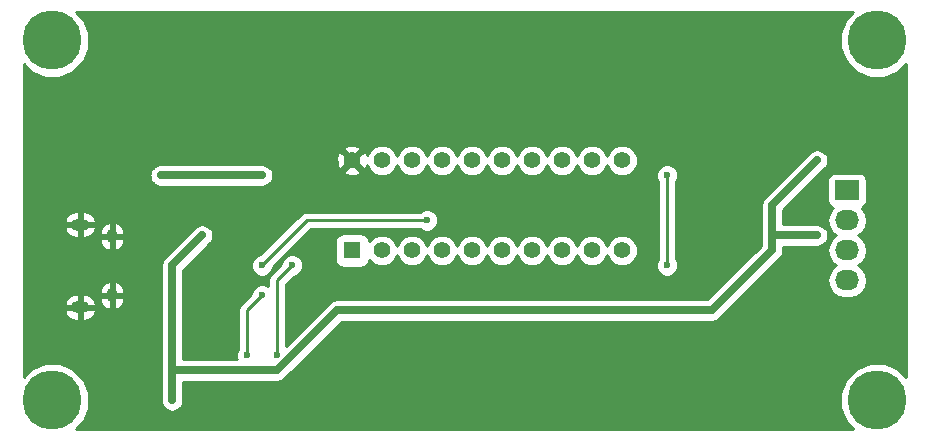
<source format=gbr>
G04 #@! TF.FileFunction,Copper,L2,Bot,Signal*
%FSLAX46Y46*%
G04 Gerber Fmt 4.6, Leading zero omitted, Abs format (unit mm)*
G04 Created by KiCad (PCBNEW (2015-07-31 BZR 6030)-product) date Mon Aug 24 18:24:23 2015*
%MOMM*%
G01*
G04 APERTURE LIST*
%ADD10C,0.100000*%
%ADD11C,5.000000*%
%ADD12O,0.950000X1.250000*%
%ADD13O,1.550000X1.000000*%
%ADD14R,2.032000X1.727200*%
%ADD15O,2.032000X1.727200*%
%ADD16R,1.397000X1.397000*%
%ADD17C,1.397000*%
%ADD18C,0.600000*%
%ADD19C,0.635000*%
%ADD20C,0.250000*%
%ADD21C,0.254000*%
G04 APERTURE END LIST*
D10*
D11*
X104140000Y-60960000D03*
X104140000Y-91440000D03*
X173990000Y-91440000D03*
D12*
X109220000Y-77540000D03*
X109220000Y-82540000D03*
D13*
X106520000Y-76540000D03*
X106520000Y-83540000D03*
D14*
X171450000Y-73660000D03*
D15*
X171450000Y-76200000D03*
X171450000Y-78740000D03*
X171450000Y-81280000D03*
D16*
X129540000Y-78740000D03*
D17*
X132080000Y-78740000D03*
X134620000Y-78740000D03*
X137160000Y-78740000D03*
X139700000Y-78740000D03*
X142240000Y-78740000D03*
X144780000Y-78740000D03*
X147320000Y-78740000D03*
X149860000Y-78740000D03*
X152400000Y-78740000D03*
X152400000Y-71120000D03*
X149860000Y-71120000D03*
X147320000Y-71120000D03*
X144780000Y-71120000D03*
X142240000Y-71120000D03*
X139700000Y-71120000D03*
X137160000Y-71120000D03*
X134620000Y-71120000D03*
X132080000Y-71120000D03*
X129540000Y-71120000D03*
D11*
X173990000Y-60960000D03*
D18*
X113325682Y-72390000D03*
X121920000Y-72390000D03*
X158750000Y-82550000D03*
X166370000Y-80010000D03*
X120650000Y-63500000D03*
X124460000Y-83820000D03*
X121920000Y-91440000D03*
X123190000Y-73660000D03*
X121920000Y-69850000D03*
X163830000Y-73660000D03*
X160020000Y-77470000D03*
X120650000Y-87630000D03*
X121920000Y-82550000D03*
X124460000Y-87630000D03*
X168910000Y-71120000D03*
X168910000Y-77470000D03*
X163830000Y-80010000D03*
X165100000Y-76200000D03*
X116840000Y-77470000D03*
X114300000Y-91440000D03*
X123190000Y-87630000D03*
X124460000Y-80010000D03*
X135890000Y-76200000D03*
X121920000Y-80010000D03*
X156210000Y-80010000D03*
X156210000Y-72390000D03*
D19*
X121920000Y-72390000D02*
X113325682Y-72390000D01*
D20*
X120650000Y-83820000D02*
X120650000Y-87630000D01*
X121920000Y-82550000D02*
X120650000Y-83820000D01*
D19*
X165100000Y-74930000D02*
X165100000Y-76200000D01*
X168910000Y-71120000D02*
X165100000Y-74930000D01*
X168910000Y-77470000D02*
X165100000Y-77470000D01*
X128270000Y-83820000D02*
X124460000Y-87630000D01*
X124460000Y-87630000D02*
X123190000Y-88900000D01*
X160020000Y-83820000D02*
X128270000Y-83820000D01*
X165100000Y-78740000D02*
X163830000Y-80010000D01*
X163830000Y-80010000D02*
X160020000Y-83820000D01*
X165100000Y-76200000D02*
X165100000Y-77470000D01*
X165100000Y-77470000D02*
X165100000Y-78740000D01*
X123190000Y-88900000D02*
X114300000Y-88900000D01*
X116840000Y-77470000D02*
X114300000Y-80010000D01*
X114300000Y-80010000D02*
X114300000Y-88900000D01*
X114300000Y-88900000D02*
X114300000Y-91440000D01*
D20*
X123190000Y-81280000D02*
X123190000Y-87630000D01*
X124460000Y-80010000D02*
X123190000Y-81280000D01*
X125730000Y-76200000D02*
X135890000Y-76200000D01*
X121920000Y-80010000D02*
X125730000Y-76200000D01*
X156210000Y-72390000D02*
X156210000Y-80010000D01*
D21*
G36*
X171333826Y-59181847D02*
X170855546Y-60333674D01*
X170854457Y-61580854D01*
X171330727Y-62733515D01*
X172211847Y-63616174D01*
X173363674Y-64094454D01*
X174610854Y-64095543D01*
X175763515Y-63619273D01*
X176403000Y-62980903D01*
X176403000Y-89419782D01*
X175768153Y-88783826D01*
X174616326Y-88305546D01*
X173369146Y-88304457D01*
X172216485Y-88780727D01*
X171333826Y-89661847D01*
X170855546Y-90813674D01*
X170854457Y-92060854D01*
X171330727Y-93213515D01*
X171969097Y-93853000D01*
X106160218Y-93853000D01*
X106796174Y-93218153D01*
X107274454Y-92066326D01*
X107275543Y-90819146D01*
X106799273Y-89666485D01*
X105918153Y-88783826D01*
X104766326Y-88305546D01*
X103519146Y-88304457D01*
X102366485Y-88780727D01*
X101727000Y-89419097D01*
X101727000Y-83841874D01*
X105150881Y-83841874D01*
X105352632Y-84252763D01*
X105693322Y-84540002D01*
X106118000Y-84675000D01*
X106393000Y-84675000D01*
X106393000Y-83667000D01*
X106647000Y-83667000D01*
X106647000Y-84675000D01*
X106922000Y-84675000D01*
X107346678Y-84540002D01*
X107687368Y-84252763D01*
X107889119Y-83841874D01*
X107762954Y-83667000D01*
X106647000Y-83667000D01*
X106393000Y-83667000D01*
X105277046Y-83667000D01*
X105150881Y-83841874D01*
X101727000Y-83841874D01*
X101727000Y-83238126D01*
X105150881Y-83238126D01*
X105277046Y-83413000D01*
X106393000Y-83413000D01*
X106393000Y-82405000D01*
X106647000Y-82405000D01*
X106647000Y-83413000D01*
X107762954Y-83413000D01*
X107889119Y-83238126D01*
X107694191Y-82841131D01*
X108118771Y-82841131D01*
X108260432Y-83251049D01*
X108548179Y-83575552D01*
X108922062Y-83759268D01*
X109093000Y-83632734D01*
X109093000Y-82667000D01*
X109347000Y-82667000D01*
X109347000Y-83632734D01*
X109517938Y-83759268D01*
X109891821Y-83575552D01*
X110179568Y-83251049D01*
X110321229Y-82841131D01*
X110172563Y-82667000D01*
X109347000Y-82667000D01*
X109093000Y-82667000D01*
X108267437Y-82667000D01*
X108118771Y-82841131D01*
X107694191Y-82841131D01*
X107687368Y-82827237D01*
X107346678Y-82539998D01*
X106922000Y-82405000D01*
X106647000Y-82405000D01*
X106393000Y-82405000D01*
X106118000Y-82405000D01*
X105693322Y-82539998D01*
X105352632Y-82827237D01*
X105150881Y-83238126D01*
X101727000Y-83238126D01*
X101727000Y-82238869D01*
X108118771Y-82238869D01*
X108267437Y-82413000D01*
X109093000Y-82413000D01*
X109093000Y-81447266D01*
X109347000Y-81447266D01*
X109347000Y-82413000D01*
X110172563Y-82413000D01*
X110321229Y-82238869D01*
X110179568Y-81828951D01*
X109891821Y-81504448D01*
X109517938Y-81320732D01*
X109347000Y-81447266D01*
X109093000Y-81447266D01*
X108922062Y-81320732D01*
X108548179Y-81504448D01*
X108260432Y-81828951D01*
X108118771Y-82238869D01*
X101727000Y-82238869D01*
X101727000Y-80010000D01*
X113347500Y-80010000D01*
X113347500Y-91440000D01*
X113364923Y-91527591D01*
X113364838Y-91625167D01*
X113402428Y-91716143D01*
X113420005Y-91804506D01*
X113469621Y-91878761D01*
X113506883Y-91968943D01*
X113576428Y-92038610D01*
X113626481Y-92113519D01*
X113700736Y-92163135D01*
X113769673Y-92232192D01*
X113860584Y-92269942D01*
X113935494Y-92319995D01*
X114023083Y-92337418D01*
X114113201Y-92374838D01*
X114211638Y-92374924D01*
X114300000Y-92392500D01*
X114387591Y-92375077D01*
X114485167Y-92375162D01*
X114576143Y-92337572D01*
X114664506Y-92319995D01*
X114738761Y-92270379D01*
X114828943Y-92233117D01*
X114898610Y-92163572D01*
X114973519Y-92113519D01*
X115023135Y-92039264D01*
X115092192Y-91970327D01*
X115129942Y-91879416D01*
X115179995Y-91804506D01*
X115197418Y-91716917D01*
X115234838Y-91626799D01*
X115234924Y-91528362D01*
X115252500Y-91440000D01*
X115252500Y-89852500D01*
X123190000Y-89852500D01*
X123554506Y-89779995D01*
X123863519Y-89573519D01*
X128664538Y-84772500D01*
X160020000Y-84772500D01*
X160384506Y-84699995D01*
X160693519Y-84493519D01*
X165773519Y-79413519D01*
X165979995Y-79104506D01*
X166052500Y-78740000D01*
X166052500Y-78422500D01*
X168910000Y-78422500D01*
X168997591Y-78405077D01*
X169095167Y-78405162D01*
X169186143Y-78367572D01*
X169274506Y-78349995D01*
X169348761Y-78300379D01*
X169438943Y-78263117D01*
X169508610Y-78193572D01*
X169583519Y-78143519D01*
X169633135Y-78069264D01*
X169702192Y-78000327D01*
X169739942Y-77909416D01*
X169789995Y-77834506D01*
X169807418Y-77746917D01*
X169844838Y-77656799D01*
X169844924Y-77558362D01*
X169862500Y-77470000D01*
X169845077Y-77382409D01*
X169845162Y-77284833D01*
X169807572Y-77193857D01*
X169789995Y-77105494D01*
X169740379Y-77031239D01*
X169703117Y-76941057D01*
X169633572Y-76871390D01*
X169583519Y-76796481D01*
X169509264Y-76746865D01*
X169440327Y-76677808D01*
X169349416Y-76640058D01*
X169274506Y-76590005D01*
X169186917Y-76572582D01*
X169096799Y-76535162D01*
X168998362Y-76535076D01*
X168910000Y-76517500D01*
X166052500Y-76517500D01*
X166052500Y-76200000D01*
X169766655Y-76200000D01*
X169880729Y-76773489D01*
X170205585Y-77259670D01*
X170520366Y-77470000D01*
X170205585Y-77680330D01*
X169880729Y-78166511D01*
X169766655Y-78740000D01*
X169880729Y-79313489D01*
X170205585Y-79799670D01*
X170520366Y-80010000D01*
X170205585Y-80220330D01*
X169880729Y-80706511D01*
X169766655Y-81280000D01*
X169880729Y-81853489D01*
X170205585Y-82339670D01*
X170691766Y-82664526D01*
X171265255Y-82778600D01*
X171634745Y-82778600D01*
X172208234Y-82664526D01*
X172694415Y-82339670D01*
X173019271Y-81853489D01*
X173133345Y-81280000D01*
X173019271Y-80706511D01*
X172694415Y-80220330D01*
X172379634Y-80010000D01*
X172694415Y-79799670D01*
X173019271Y-79313489D01*
X173133345Y-78740000D01*
X173019271Y-78166511D01*
X172694415Y-77680330D01*
X172379634Y-77470000D01*
X172694415Y-77259670D01*
X173019271Y-76773489D01*
X173133345Y-76200000D01*
X173019271Y-75626511D01*
X172694415Y-75140330D01*
X172680087Y-75130757D01*
X172701317Y-75126762D01*
X172917441Y-74987690D01*
X173062431Y-74775490D01*
X173113440Y-74523600D01*
X173113440Y-72796400D01*
X173069162Y-72561083D01*
X172930090Y-72344959D01*
X172717890Y-72199969D01*
X172466000Y-72148960D01*
X170434000Y-72148960D01*
X170198683Y-72193238D01*
X169982559Y-72332310D01*
X169837569Y-72544510D01*
X169786560Y-72796400D01*
X169786560Y-74523600D01*
X169830838Y-74758917D01*
X169969910Y-74975041D01*
X170182110Y-75120031D01*
X170223439Y-75128400D01*
X170205585Y-75140330D01*
X169880729Y-75626511D01*
X169766655Y-76200000D01*
X166052500Y-76200000D01*
X166052500Y-75324538D01*
X169583519Y-71793519D01*
X169633135Y-71719264D01*
X169702192Y-71650327D01*
X169739942Y-71559416D01*
X169789995Y-71484506D01*
X169807418Y-71396917D01*
X169844838Y-71306799D01*
X169844924Y-71208362D01*
X169862500Y-71120000D01*
X169845077Y-71032409D01*
X169845162Y-70934833D01*
X169807572Y-70843857D01*
X169789995Y-70755494D01*
X169740379Y-70681239D01*
X169703117Y-70591057D01*
X169633572Y-70521390D01*
X169583519Y-70446481D01*
X169509264Y-70396865D01*
X169440327Y-70327808D01*
X169349416Y-70290058D01*
X169274506Y-70240005D01*
X169186917Y-70222582D01*
X169096799Y-70185162D01*
X168998362Y-70185076D01*
X168910000Y-70167500D01*
X168822409Y-70184923D01*
X168724833Y-70184838D01*
X168633857Y-70222428D01*
X168545494Y-70240005D01*
X168471239Y-70289621D01*
X168381057Y-70326883D01*
X168311390Y-70396428D01*
X168236481Y-70446481D01*
X164426481Y-74256481D01*
X164220005Y-74565494D01*
X164147500Y-74930000D01*
X164147500Y-78345462D01*
X159625462Y-82867500D01*
X128270000Y-82867500D01*
X127905494Y-82940005D01*
X127596481Y-83146481D01*
X123950000Y-86792962D01*
X123950000Y-81594802D01*
X124599680Y-80945122D01*
X124645167Y-80945162D01*
X124988943Y-80803117D01*
X125252192Y-80540327D01*
X125394838Y-80196799D01*
X125395162Y-79824833D01*
X125253117Y-79481057D01*
X124990327Y-79217808D01*
X124646799Y-79075162D01*
X124274833Y-79074838D01*
X123931057Y-79216883D01*
X123667808Y-79479673D01*
X123525162Y-79823201D01*
X123525121Y-79870077D01*
X122652599Y-80742599D01*
X122487852Y-80989161D01*
X122430000Y-81280000D01*
X122430000Y-81749367D01*
X122106799Y-81615162D01*
X121734833Y-81614838D01*
X121391057Y-81756883D01*
X121127808Y-82019673D01*
X120985162Y-82363201D01*
X120985121Y-82410077D01*
X120112599Y-83282599D01*
X119947852Y-83529161D01*
X119890000Y-83820000D01*
X119890000Y-87067537D01*
X119857808Y-87099673D01*
X119715162Y-87443201D01*
X119714838Y-87815167D01*
X119769517Y-87947500D01*
X115252500Y-87947500D01*
X115252500Y-80404538D01*
X115461871Y-80195167D01*
X120984838Y-80195167D01*
X121126883Y-80538943D01*
X121389673Y-80802192D01*
X121733201Y-80944838D01*
X122105167Y-80945162D01*
X122448943Y-80803117D01*
X122712192Y-80540327D01*
X122854838Y-80196799D01*
X122854879Y-80149923D01*
X124963302Y-78041500D01*
X128064572Y-78041500D01*
X128064572Y-79438500D01*
X128117705Y-79720880D01*
X128284592Y-79980229D01*
X128539231Y-80154217D01*
X128841500Y-80215428D01*
X130238500Y-80215428D01*
X130520880Y-80162295D01*
X130780229Y-79995408D01*
X130954217Y-79740769D01*
X130994793Y-79540399D01*
X131323647Y-79869827D01*
X131813587Y-80073268D01*
X132344086Y-80073731D01*
X132834380Y-79871146D01*
X133209827Y-79496353D01*
X133350094Y-79158554D01*
X133488854Y-79494380D01*
X133863647Y-79869827D01*
X134353587Y-80073268D01*
X134884086Y-80073731D01*
X135374380Y-79871146D01*
X135749827Y-79496353D01*
X135890094Y-79158554D01*
X136028854Y-79494380D01*
X136403647Y-79869827D01*
X136893587Y-80073268D01*
X137424086Y-80073731D01*
X137914380Y-79871146D01*
X138289827Y-79496353D01*
X138430094Y-79158554D01*
X138568854Y-79494380D01*
X138943647Y-79869827D01*
X139433587Y-80073268D01*
X139964086Y-80073731D01*
X140454380Y-79871146D01*
X140829827Y-79496353D01*
X140970094Y-79158554D01*
X141108854Y-79494380D01*
X141483647Y-79869827D01*
X141973587Y-80073268D01*
X142504086Y-80073731D01*
X142994380Y-79871146D01*
X143369827Y-79496353D01*
X143510094Y-79158554D01*
X143648854Y-79494380D01*
X144023647Y-79869827D01*
X144513587Y-80073268D01*
X145044086Y-80073731D01*
X145534380Y-79871146D01*
X145909827Y-79496353D01*
X146050094Y-79158554D01*
X146188854Y-79494380D01*
X146563647Y-79869827D01*
X147053587Y-80073268D01*
X147584086Y-80073731D01*
X148074380Y-79871146D01*
X148449827Y-79496353D01*
X148590094Y-79158554D01*
X148728854Y-79494380D01*
X149103647Y-79869827D01*
X149593587Y-80073268D01*
X150124086Y-80073731D01*
X150614380Y-79871146D01*
X150989827Y-79496353D01*
X151130094Y-79158554D01*
X151268854Y-79494380D01*
X151643647Y-79869827D01*
X152133587Y-80073268D01*
X152664086Y-80073731D01*
X153154380Y-79871146D01*
X153529827Y-79496353D01*
X153733268Y-79006413D01*
X153733731Y-78475914D01*
X153531146Y-77985620D01*
X153156353Y-77610173D01*
X152666413Y-77406732D01*
X152135914Y-77406269D01*
X151645620Y-77608854D01*
X151270173Y-77983647D01*
X151129906Y-78321446D01*
X150991146Y-77985620D01*
X150616353Y-77610173D01*
X150126413Y-77406732D01*
X149595914Y-77406269D01*
X149105620Y-77608854D01*
X148730173Y-77983647D01*
X148589906Y-78321446D01*
X148451146Y-77985620D01*
X148076353Y-77610173D01*
X147586413Y-77406732D01*
X147055914Y-77406269D01*
X146565620Y-77608854D01*
X146190173Y-77983647D01*
X146049906Y-78321446D01*
X145911146Y-77985620D01*
X145536353Y-77610173D01*
X145046413Y-77406732D01*
X144515914Y-77406269D01*
X144025620Y-77608854D01*
X143650173Y-77983647D01*
X143509906Y-78321446D01*
X143371146Y-77985620D01*
X142996353Y-77610173D01*
X142506413Y-77406732D01*
X141975914Y-77406269D01*
X141485620Y-77608854D01*
X141110173Y-77983647D01*
X140969906Y-78321446D01*
X140831146Y-77985620D01*
X140456353Y-77610173D01*
X139966413Y-77406732D01*
X139435914Y-77406269D01*
X138945620Y-77608854D01*
X138570173Y-77983647D01*
X138429906Y-78321446D01*
X138291146Y-77985620D01*
X137916353Y-77610173D01*
X137426413Y-77406732D01*
X136895914Y-77406269D01*
X136405620Y-77608854D01*
X136030173Y-77983647D01*
X135889906Y-78321446D01*
X135751146Y-77985620D01*
X135376353Y-77610173D01*
X134886413Y-77406732D01*
X134355914Y-77406269D01*
X133865620Y-77608854D01*
X133490173Y-77983647D01*
X133349906Y-78321446D01*
X133211146Y-77985620D01*
X132836353Y-77610173D01*
X132346413Y-77406732D01*
X131815914Y-77406269D01*
X131325620Y-77608854D01*
X130995945Y-77937955D01*
X130962295Y-77759120D01*
X130795408Y-77499771D01*
X130540769Y-77325783D01*
X130238500Y-77264572D01*
X128841500Y-77264572D01*
X128559120Y-77317705D01*
X128299771Y-77484592D01*
X128125783Y-77739231D01*
X128064572Y-78041500D01*
X124963302Y-78041500D01*
X126044802Y-76960000D01*
X135327537Y-76960000D01*
X135359673Y-76992192D01*
X135703201Y-77134838D01*
X136075167Y-77135162D01*
X136418943Y-76993117D01*
X136682192Y-76730327D01*
X136824838Y-76386799D01*
X136825162Y-76014833D01*
X136683117Y-75671057D01*
X136420327Y-75407808D01*
X136076799Y-75265162D01*
X135704833Y-75264838D01*
X135361057Y-75406883D01*
X135327882Y-75440000D01*
X125730000Y-75440000D01*
X125439161Y-75497852D01*
X125192599Y-75662599D01*
X121780320Y-79074878D01*
X121734833Y-79074838D01*
X121391057Y-79216883D01*
X121127808Y-79479673D01*
X120985162Y-79823201D01*
X120984838Y-80195167D01*
X115461871Y-80195167D01*
X117513519Y-78143520D01*
X117563136Y-78069262D01*
X117632192Y-78000327D01*
X117669942Y-77909417D01*
X117719995Y-77834506D01*
X117737417Y-77746918D01*
X117774838Y-77656799D01*
X117774924Y-77558358D01*
X117792499Y-77470000D01*
X117775077Y-77382413D01*
X117775162Y-77284833D01*
X117737571Y-77193855D01*
X117719995Y-77105495D01*
X117670380Y-77031241D01*
X117633117Y-76941057D01*
X117563571Y-76871390D01*
X117513519Y-76796481D01*
X117439264Y-76746866D01*
X117370327Y-76677808D01*
X117279414Y-76640057D01*
X117204505Y-76590005D01*
X117116919Y-76572583D01*
X117026799Y-76535162D01*
X116928357Y-76535076D01*
X116840000Y-76517501D01*
X116752413Y-76534923D01*
X116654833Y-76534838D01*
X116563856Y-76572429D01*
X116475494Y-76590005D01*
X116401238Y-76639621D01*
X116311057Y-76676883D01*
X116241392Y-76746427D01*
X116166480Y-76796481D01*
X113626481Y-79336481D01*
X113420005Y-79645494D01*
X113347500Y-80010000D01*
X101727000Y-80010000D01*
X101727000Y-77841131D01*
X108118771Y-77841131D01*
X108260432Y-78251049D01*
X108548179Y-78575552D01*
X108922062Y-78759268D01*
X109093000Y-78632734D01*
X109093000Y-77667000D01*
X109347000Y-77667000D01*
X109347000Y-78632734D01*
X109517938Y-78759268D01*
X109891821Y-78575552D01*
X110179568Y-78251049D01*
X110321229Y-77841131D01*
X110172563Y-77667000D01*
X109347000Y-77667000D01*
X109093000Y-77667000D01*
X108267437Y-77667000D01*
X108118771Y-77841131D01*
X101727000Y-77841131D01*
X101727000Y-76841874D01*
X105150881Y-76841874D01*
X105352632Y-77252763D01*
X105693322Y-77540002D01*
X106118000Y-77675000D01*
X106393000Y-77675000D01*
X106393000Y-76667000D01*
X106647000Y-76667000D01*
X106647000Y-77675000D01*
X106922000Y-77675000D01*
X107346678Y-77540002D01*
X107687368Y-77252763D01*
X107694190Y-77238869D01*
X108118771Y-77238869D01*
X108267437Y-77413000D01*
X109093000Y-77413000D01*
X109093000Y-76447266D01*
X109347000Y-76447266D01*
X109347000Y-77413000D01*
X110172563Y-77413000D01*
X110321229Y-77238869D01*
X110179568Y-76828951D01*
X109891821Y-76504448D01*
X109517938Y-76320732D01*
X109347000Y-76447266D01*
X109093000Y-76447266D01*
X108922062Y-76320732D01*
X108548179Y-76504448D01*
X108260432Y-76828951D01*
X108118771Y-77238869D01*
X107694190Y-77238869D01*
X107889119Y-76841874D01*
X107762954Y-76667000D01*
X106647000Y-76667000D01*
X106393000Y-76667000D01*
X105277046Y-76667000D01*
X105150881Y-76841874D01*
X101727000Y-76841874D01*
X101727000Y-76238126D01*
X105150881Y-76238126D01*
X105277046Y-76413000D01*
X106393000Y-76413000D01*
X106393000Y-75405000D01*
X106647000Y-75405000D01*
X106647000Y-76413000D01*
X107762954Y-76413000D01*
X107889119Y-76238126D01*
X107687368Y-75827237D01*
X107346678Y-75539998D01*
X106922000Y-75405000D01*
X106647000Y-75405000D01*
X106393000Y-75405000D01*
X106118000Y-75405000D01*
X105693322Y-75539998D01*
X105352632Y-75827237D01*
X105150881Y-76238126D01*
X101727000Y-76238126D01*
X101727000Y-72390000D01*
X112373182Y-72390000D01*
X112390605Y-72477591D01*
X112390520Y-72575167D01*
X112428110Y-72666143D01*
X112445687Y-72754506D01*
X112495303Y-72828761D01*
X112532565Y-72918943D01*
X112602110Y-72988610D01*
X112652163Y-73063519D01*
X112726418Y-73113135D01*
X112795355Y-73182192D01*
X112886266Y-73219942D01*
X112961176Y-73269995D01*
X113048765Y-73287418D01*
X113138883Y-73324838D01*
X113237320Y-73324924D01*
X113325682Y-73342500D01*
X121920000Y-73342500D01*
X122007591Y-73325077D01*
X122105167Y-73325162D01*
X122196143Y-73287572D01*
X122284506Y-73269995D01*
X122358761Y-73220379D01*
X122448943Y-73183117D01*
X122518610Y-73113572D01*
X122593519Y-73063519D01*
X122643135Y-72989264D01*
X122712192Y-72920327D01*
X122749942Y-72829416D01*
X122799995Y-72754506D01*
X122817418Y-72666917D01*
X122854838Y-72576799D01*
X122854839Y-72575167D01*
X155274838Y-72575167D01*
X155416883Y-72918943D01*
X155450000Y-72952118D01*
X155450000Y-79447537D01*
X155417808Y-79479673D01*
X155275162Y-79823201D01*
X155274838Y-80195167D01*
X155416883Y-80538943D01*
X155679673Y-80802192D01*
X156023201Y-80944838D01*
X156395167Y-80945162D01*
X156738943Y-80803117D01*
X157002192Y-80540327D01*
X157144838Y-80196799D01*
X157145162Y-79824833D01*
X157003117Y-79481057D01*
X156970000Y-79447882D01*
X156970000Y-72952463D01*
X157002192Y-72920327D01*
X157144838Y-72576799D01*
X157145162Y-72204833D01*
X157003117Y-71861057D01*
X156740327Y-71597808D01*
X156396799Y-71455162D01*
X156024833Y-71454838D01*
X155681057Y-71596883D01*
X155417808Y-71859673D01*
X155275162Y-72203201D01*
X155274838Y-72575167D01*
X122854839Y-72575167D01*
X122854924Y-72478362D01*
X122872500Y-72390000D01*
X122855077Y-72302409D01*
X122855162Y-72204833D01*
X122817572Y-72113857D01*
X122805703Y-72054188D01*
X128785417Y-72054188D01*
X128847071Y-72289800D01*
X129347480Y-72465927D01*
X129877199Y-72437148D01*
X130232929Y-72289800D01*
X130294583Y-72054188D01*
X129540000Y-71299605D01*
X128785417Y-72054188D01*
X122805703Y-72054188D01*
X122799995Y-72025494D01*
X122750379Y-71951239D01*
X122713117Y-71861057D01*
X122643572Y-71791390D01*
X122593519Y-71716481D01*
X122519264Y-71666865D01*
X122450327Y-71597808D01*
X122359416Y-71560058D01*
X122284506Y-71510005D01*
X122196917Y-71492582D01*
X122106799Y-71455162D01*
X122008362Y-71455076D01*
X121920000Y-71437500D01*
X113325682Y-71437500D01*
X113238091Y-71454923D01*
X113140515Y-71454838D01*
X113049539Y-71492428D01*
X112961176Y-71510005D01*
X112886921Y-71559621D01*
X112796739Y-71596883D01*
X112727072Y-71666428D01*
X112652163Y-71716481D01*
X112602547Y-71790736D01*
X112533490Y-71859673D01*
X112495740Y-71950584D01*
X112445687Y-72025494D01*
X112428264Y-72113083D01*
X112390844Y-72203201D01*
X112390758Y-72301638D01*
X112373182Y-72390000D01*
X101727000Y-72390000D01*
X101727000Y-70927480D01*
X128194073Y-70927480D01*
X128222852Y-71457199D01*
X128370200Y-71812929D01*
X128605812Y-71874583D01*
X129360395Y-71120000D01*
X129719605Y-71120000D01*
X130474188Y-71874583D01*
X130709800Y-71812929D01*
X130808083Y-71533688D01*
X130948854Y-71874380D01*
X131323647Y-72249827D01*
X131813587Y-72453268D01*
X132344086Y-72453731D01*
X132834380Y-72251146D01*
X133209827Y-71876353D01*
X133350094Y-71538554D01*
X133488854Y-71874380D01*
X133863647Y-72249827D01*
X134353587Y-72453268D01*
X134884086Y-72453731D01*
X135374380Y-72251146D01*
X135749827Y-71876353D01*
X135890094Y-71538554D01*
X136028854Y-71874380D01*
X136403647Y-72249827D01*
X136893587Y-72453268D01*
X137424086Y-72453731D01*
X137914380Y-72251146D01*
X138289827Y-71876353D01*
X138430094Y-71538554D01*
X138568854Y-71874380D01*
X138943647Y-72249827D01*
X139433587Y-72453268D01*
X139964086Y-72453731D01*
X140454380Y-72251146D01*
X140829827Y-71876353D01*
X140970094Y-71538554D01*
X141108854Y-71874380D01*
X141483647Y-72249827D01*
X141973587Y-72453268D01*
X142504086Y-72453731D01*
X142994380Y-72251146D01*
X143369827Y-71876353D01*
X143510094Y-71538554D01*
X143648854Y-71874380D01*
X144023647Y-72249827D01*
X144513587Y-72453268D01*
X145044086Y-72453731D01*
X145534380Y-72251146D01*
X145909827Y-71876353D01*
X146050094Y-71538554D01*
X146188854Y-71874380D01*
X146563647Y-72249827D01*
X147053587Y-72453268D01*
X147584086Y-72453731D01*
X148074380Y-72251146D01*
X148449827Y-71876353D01*
X148590094Y-71538554D01*
X148728854Y-71874380D01*
X149103647Y-72249827D01*
X149593587Y-72453268D01*
X150124086Y-72453731D01*
X150614380Y-72251146D01*
X150989827Y-71876353D01*
X151130094Y-71538554D01*
X151268854Y-71874380D01*
X151643647Y-72249827D01*
X152133587Y-72453268D01*
X152664086Y-72453731D01*
X153154380Y-72251146D01*
X153529827Y-71876353D01*
X153733268Y-71386413D01*
X153733731Y-70855914D01*
X153531146Y-70365620D01*
X153156353Y-69990173D01*
X152666413Y-69786732D01*
X152135914Y-69786269D01*
X151645620Y-69988854D01*
X151270173Y-70363647D01*
X151129906Y-70701446D01*
X150991146Y-70365620D01*
X150616353Y-69990173D01*
X150126413Y-69786732D01*
X149595914Y-69786269D01*
X149105620Y-69988854D01*
X148730173Y-70363647D01*
X148589906Y-70701446D01*
X148451146Y-70365620D01*
X148076353Y-69990173D01*
X147586413Y-69786732D01*
X147055914Y-69786269D01*
X146565620Y-69988854D01*
X146190173Y-70363647D01*
X146049906Y-70701446D01*
X145911146Y-70365620D01*
X145536353Y-69990173D01*
X145046413Y-69786732D01*
X144515914Y-69786269D01*
X144025620Y-69988854D01*
X143650173Y-70363647D01*
X143509906Y-70701446D01*
X143371146Y-70365620D01*
X142996353Y-69990173D01*
X142506413Y-69786732D01*
X141975914Y-69786269D01*
X141485620Y-69988854D01*
X141110173Y-70363647D01*
X140969906Y-70701446D01*
X140831146Y-70365620D01*
X140456353Y-69990173D01*
X139966413Y-69786732D01*
X139435914Y-69786269D01*
X138945620Y-69988854D01*
X138570173Y-70363647D01*
X138429906Y-70701446D01*
X138291146Y-70365620D01*
X137916353Y-69990173D01*
X137426413Y-69786732D01*
X136895914Y-69786269D01*
X136405620Y-69988854D01*
X136030173Y-70363647D01*
X135889906Y-70701446D01*
X135751146Y-70365620D01*
X135376353Y-69990173D01*
X134886413Y-69786732D01*
X134355914Y-69786269D01*
X133865620Y-69988854D01*
X133490173Y-70363647D01*
X133349906Y-70701446D01*
X133211146Y-70365620D01*
X132836353Y-69990173D01*
X132346413Y-69786732D01*
X131815914Y-69786269D01*
X131325620Y-69988854D01*
X130950173Y-70363647D01*
X130816686Y-70685118D01*
X130709800Y-70427071D01*
X130474188Y-70365417D01*
X129719605Y-71120000D01*
X129360395Y-71120000D01*
X128605812Y-70365417D01*
X128370200Y-70427071D01*
X128194073Y-70927480D01*
X101727000Y-70927480D01*
X101727000Y-70185812D01*
X128785417Y-70185812D01*
X129540000Y-70940395D01*
X130294583Y-70185812D01*
X130232929Y-69950200D01*
X129732520Y-69774073D01*
X129202801Y-69802852D01*
X128847071Y-69950200D01*
X128785417Y-70185812D01*
X101727000Y-70185812D01*
X101727000Y-62980218D01*
X102361847Y-63616174D01*
X103513674Y-64094454D01*
X104760854Y-64095543D01*
X105913515Y-63619273D01*
X106796174Y-62738153D01*
X107274454Y-61586326D01*
X107275543Y-60339146D01*
X106799273Y-59186485D01*
X106160903Y-58547000D01*
X171969782Y-58547000D01*
X171333826Y-59181847D01*
X171333826Y-59181847D01*
G37*
X171333826Y-59181847D02*
X170855546Y-60333674D01*
X170854457Y-61580854D01*
X171330727Y-62733515D01*
X172211847Y-63616174D01*
X173363674Y-64094454D01*
X174610854Y-64095543D01*
X175763515Y-63619273D01*
X176403000Y-62980903D01*
X176403000Y-89419782D01*
X175768153Y-88783826D01*
X174616326Y-88305546D01*
X173369146Y-88304457D01*
X172216485Y-88780727D01*
X171333826Y-89661847D01*
X170855546Y-90813674D01*
X170854457Y-92060854D01*
X171330727Y-93213515D01*
X171969097Y-93853000D01*
X106160218Y-93853000D01*
X106796174Y-93218153D01*
X107274454Y-92066326D01*
X107275543Y-90819146D01*
X106799273Y-89666485D01*
X105918153Y-88783826D01*
X104766326Y-88305546D01*
X103519146Y-88304457D01*
X102366485Y-88780727D01*
X101727000Y-89419097D01*
X101727000Y-83841874D01*
X105150881Y-83841874D01*
X105352632Y-84252763D01*
X105693322Y-84540002D01*
X106118000Y-84675000D01*
X106393000Y-84675000D01*
X106393000Y-83667000D01*
X106647000Y-83667000D01*
X106647000Y-84675000D01*
X106922000Y-84675000D01*
X107346678Y-84540002D01*
X107687368Y-84252763D01*
X107889119Y-83841874D01*
X107762954Y-83667000D01*
X106647000Y-83667000D01*
X106393000Y-83667000D01*
X105277046Y-83667000D01*
X105150881Y-83841874D01*
X101727000Y-83841874D01*
X101727000Y-83238126D01*
X105150881Y-83238126D01*
X105277046Y-83413000D01*
X106393000Y-83413000D01*
X106393000Y-82405000D01*
X106647000Y-82405000D01*
X106647000Y-83413000D01*
X107762954Y-83413000D01*
X107889119Y-83238126D01*
X107694191Y-82841131D01*
X108118771Y-82841131D01*
X108260432Y-83251049D01*
X108548179Y-83575552D01*
X108922062Y-83759268D01*
X109093000Y-83632734D01*
X109093000Y-82667000D01*
X109347000Y-82667000D01*
X109347000Y-83632734D01*
X109517938Y-83759268D01*
X109891821Y-83575552D01*
X110179568Y-83251049D01*
X110321229Y-82841131D01*
X110172563Y-82667000D01*
X109347000Y-82667000D01*
X109093000Y-82667000D01*
X108267437Y-82667000D01*
X108118771Y-82841131D01*
X107694191Y-82841131D01*
X107687368Y-82827237D01*
X107346678Y-82539998D01*
X106922000Y-82405000D01*
X106647000Y-82405000D01*
X106393000Y-82405000D01*
X106118000Y-82405000D01*
X105693322Y-82539998D01*
X105352632Y-82827237D01*
X105150881Y-83238126D01*
X101727000Y-83238126D01*
X101727000Y-82238869D01*
X108118771Y-82238869D01*
X108267437Y-82413000D01*
X109093000Y-82413000D01*
X109093000Y-81447266D01*
X109347000Y-81447266D01*
X109347000Y-82413000D01*
X110172563Y-82413000D01*
X110321229Y-82238869D01*
X110179568Y-81828951D01*
X109891821Y-81504448D01*
X109517938Y-81320732D01*
X109347000Y-81447266D01*
X109093000Y-81447266D01*
X108922062Y-81320732D01*
X108548179Y-81504448D01*
X108260432Y-81828951D01*
X108118771Y-82238869D01*
X101727000Y-82238869D01*
X101727000Y-80010000D01*
X113347500Y-80010000D01*
X113347500Y-91440000D01*
X113364923Y-91527591D01*
X113364838Y-91625167D01*
X113402428Y-91716143D01*
X113420005Y-91804506D01*
X113469621Y-91878761D01*
X113506883Y-91968943D01*
X113576428Y-92038610D01*
X113626481Y-92113519D01*
X113700736Y-92163135D01*
X113769673Y-92232192D01*
X113860584Y-92269942D01*
X113935494Y-92319995D01*
X114023083Y-92337418D01*
X114113201Y-92374838D01*
X114211638Y-92374924D01*
X114300000Y-92392500D01*
X114387591Y-92375077D01*
X114485167Y-92375162D01*
X114576143Y-92337572D01*
X114664506Y-92319995D01*
X114738761Y-92270379D01*
X114828943Y-92233117D01*
X114898610Y-92163572D01*
X114973519Y-92113519D01*
X115023135Y-92039264D01*
X115092192Y-91970327D01*
X115129942Y-91879416D01*
X115179995Y-91804506D01*
X115197418Y-91716917D01*
X115234838Y-91626799D01*
X115234924Y-91528362D01*
X115252500Y-91440000D01*
X115252500Y-89852500D01*
X123190000Y-89852500D01*
X123554506Y-89779995D01*
X123863519Y-89573519D01*
X128664538Y-84772500D01*
X160020000Y-84772500D01*
X160384506Y-84699995D01*
X160693519Y-84493519D01*
X165773519Y-79413519D01*
X165979995Y-79104506D01*
X166052500Y-78740000D01*
X166052500Y-78422500D01*
X168910000Y-78422500D01*
X168997591Y-78405077D01*
X169095167Y-78405162D01*
X169186143Y-78367572D01*
X169274506Y-78349995D01*
X169348761Y-78300379D01*
X169438943Y-78263117D01*
X169508610Y-78193572D01*
X169583519Y-78143519D01*
X169633135Y-78069264D01*
X169702192Y-78000327D01*
X169739942Y-77909416D01*
X169789995Y-77834506D01*
X169807418Y-77746917D01*
X169844838Y-77656799D01*
X169844924Y-77558362D01*
X169862500Y-77470000D01*
X169845077Y-77382409D01*
X169845162Y-77284833D01*
X169807572Y-77193857D01*
X169789995Y-77105494D01*
X169740379Y-77031239D01*
X169703117Y-76941057D01*
X169633572Y-76871390D01*
X169583519Y-76796481D01*
X169509264Y-76746865D01*
X169440327Y-76677808D01*
X169349416Y-76640058D01*
X169274506Y-76590005D01*
X169186917Y-76572582D01*
X169096799Y-76535162D01*
X168998362Y-76535076D01*
X168910000Y-76517500D01*
X166052500Y-76517500D01*
X166052500Y-76200000D01*
X169766655Y-76200000D01*
X169880729Y-76773489D01*
X170205585Y-77259670D01*
X170520366Y-77470000D01*
X170205585Y-77680330D01*
X169880729Y-78166511D01*
X169766655Y-78740000D01*
X169880729Y-79313489D01*
X170205585Y-79799670D01*
X170520366Y-80010000D01*
X170205585Y-80220330D01*
X169880729Y-80706511D01*
X169766655Y-81280000D01*
X169880729Y-81853489D01*
X170205585Y-82339670D01*
X170691766Y-82664526D01*
X171265255Y-82778600D01*
X171634745Y-82778600D01*
X172208234Y-82664526D01*
X172694415Y-82339670D01*
X173019271Y-81853489D01*
X173133345Y-81280000D01*
X173019271Y-80706511D01*
X172694415Y-80220330D01*
X172379634Y-80010000D01*
X172694415Y-79799670D01*
X173019271Y-79313489D01*
X173133345Y-78740000D01*
X173019271Y-78166511D01*
X172694415Y-77680330D01*
X172379634Y-77470000D01*
X172694415Y-77259670D01*
X173019271Y-76773489D01*
X173133345Y-76200000D01*
X173019271Y-75626511D01*
X172694415Y-75140330D01*
X172680087Y-75130757D01*
X172701317Y-75126762D01*
X172917441Y-74987690D01*
X173062431Y-74775490D01*
X173113440Y-74523600D01*
X173113440Y-72796400D01*
X173069162Y-72561083D01*
X172930090Y-72344959D01*
X172717890Y-72199969D01*
X172466000Y-72148960D01*
X170434000Y-72148960D01*
X170198683Y-72193238D01*
X169982559Y-72332310D01*
X169837569Y-72544510D01*
X169786560Y-72796400D01*
X169786560Y-74523600D01*
X169830838Y-74758917D01*
X169969910Y-74975041D01*
X170182110Y-75120031D01*
X170223439Y-75128400D01*
X170205585Y-75140330D01*
X169880729Y-75626511D01*
X169766655Y-76200000D01*
X166052500Y-76200000D01*
X166052500Y-75324538D01*
X169583519Y-71793519D01*
X169633135Y-71719264D01*
X169702192Y-71650327D01*
X169739942Y-71559416D01*
X169789995Y-71484506D01*
X169807418Y-71396917D01*
X169844838Y-71306799D01*
X169844924Y-71208362D01*
X169862500Y-71120000D01*
X169845077Y-71032409D01*
X169845162Y-70934833D01*
X169807572Y-70843857D01*
X169789995Y-70755494D01*
X169740379Y-70681239D01*
X169703117Y-70591057D01*
X169633572Y-70521390D01*
X169583519Y-70446481D01*
X169509264Y-70396865D01*
X169440327Y-70327808D01*
X169349416Y-70290058D01*
X169274506Y-70240005D01*
X169186917Y-70222582D01*
X169096799Y-70185162D01*
X168998362Y-70185076D01*
X168910000Y-70167500D01*
X168822409Y-70184923D01*
X168724833Y-70184838D01*
X168633857Y-70222428D01*
X168545494Y-70240005D01*
X168471239Y-70289621D01*
X168381057Y-70326883D01*
X168311390Y-70396428D01*
X168236481Y-70446481D01*
X164426481Y-74256481D01*
X164220005Y-74565494D01*
X164147500Y-74930000D01*
X164147500Y-78345462D01*
X159625462Y-82867500D01*
X128270000Y-82867500D01*
X127905494Y-82940005D01*
X127596481Y-83146481D01*
X123950000Y-86792962D01*
X123950000Y-81594802D01*
X124599680Y-80945122D01*
X124645167Y-80945162D01*
X124988943Y-80803117D01*
X125252192Y-80540327D01*
X125394838Y-80196799D01*
X125395162Y-79824833D01*
X125253117Y-79481057D01*
X124990327Y-79217808D01*
X124646799Y-79075162D01*
X124274833Y-79074838D01*
X123931057Y-79216883D01*
X123667808Y-79479673D01*
X123525162Y-79823201D01*
X123525121Y-79870077D01*
X122652599Y-80742599D01*
X122487852Y-80989161D01*
X122430000Y-81280000D01*
X122430000Y-81749367D01*
X122106799Y-81615162D01*
X121734833Y-81614838D01*
X121391057Y-81756883D01*
X121127808Y-82019673D01*
X120985162Y-82363201D01*
X120985121Y-82410077D01*
X120112599Y-83282599D01*
X119947852Y-83529161D01*
X119890000Y-83820000D01*
X119890000Y-87067537D01*
X119857808Y-87099673D01*
X119715162Y-87443201D01*
X119714838Y-87815167D01*
X119769517Y-87947500D01*
X115252500Y-87947500D01*
X115252500Y-80404538D01*
X115461871Y-80195167D01*
X120984838Y-80195167D01*
X121126883Y-80538943D01*
X121389673Y-80802192D01*
X121733201Y-80944838D01*
X122105167Y-80945162D01*
X122448943Y-80803117D01*
X122712192Y-80540327D01*
X122854838Y-80196799D01*
X122854879Y-80149923D01*
X124963302Y-78041500D01*
X128064572Y-78041500D01*
X128064572Y-79438500D01*
X128117705Y-79720880D01*
X128284592Y-79980229D01*
X128539231Y-80154217D01*
X128841500Y-80215428D01*
X130238500Y-80215428D01*
X130520880Y-80162295D01*
X130780229Y-79995408D01*
X130954217Y-79740769D01*
X130994793Y-79540399D01*
X131323647Y-79869827D01*
X131813587Y-80073268D01*
X132344086Y-80073731D01*
X132834380Y-79871146D01*
X133209827Y-79496353D01*
X133350094Y-79158554D01*
X133488854Y-79494380D01*
X133863647Y-79869827D01*
X134353587Y-80073268D01*
X134884086Y-80073731D01*
X135374380Y-79871146D01*
X135749827Y-79496353D01*
X135890094Y-79158554D01*
X136028854Y-79494380D01*
X136403647Y-79869827D01*
X136893587Y-80073268D01*
X137424086Y-80073731D01*
X137914380Y-79871146D01*
X138289827Y-79496353D01*
X138430094Y-79158554D01*
X138568854Y-79494380D01*
X138943647Y-79869827D01*
X139433587Y-80073268D01*
X139964086Y-80073731D01*
X140454380Y-79871146D01*
X140829827Y-79496353D01*
X140970094Y-79158554D01*
X141108854Y-79494380D01*
X141483647Y-79869827D01*
X141973587Y-80073268D01*
X142504086Y-80073731D01*
X142994380Y-79871146D01*
X143369827Y-79496353D01*
X143510094Y-79158554D01*
X143648854Y-79494380D01*
X144023647Y-79869827D01*
X144513587Y-80073268D01*
X145044086Y-80073731D01*
X145534380Y-79871146D01*
X145909827Y-79496353D01*
X146050094Y-79158554D01*
X146188854Y-79494380D01*
X146563647Y-79869827D01*
X147053587Y-80073268D01*
X147584086Y-80073731D01*
X148074380Y-79871146D01*
X148449827Y-79496353D01*
X148590094Y-79158554D01*
X148728854Y-79494380D01*
X149103647Y-79869827D01*
X149593587Y-80073268D01*
X150124086Y-80073731D01*
X150614380Y-79871146D01*
X150989827Y-79496353D01*
X151130094Y-79158554D01*
X151268854Y-79494380D01*
X151643647Y-79869827D01*
X152133587Y-80073268D01*
X152664086Y-80073731D01*
X153154380Y-79871146D01*
X153529827Y-79496353D01*
X153733268Y-79006413D01*
X153733731Y-78475914D01*
X153531146Y-77985620D01*
X153156353Y-77610173D01*
X152666413Y-77406732D01*
X152135914Y-77406269D01*
X151645620Y-77608854D01*
X151270173Y-77983647D01*
X151129906Y-78321446D01*
X150991146Y-77985620D01*
X150616353Y-77610173D01*
X150126413Y-77406732D01*
X149595914Y-77406269D01*
X149105620Y-77608854D01*
X148730173Y-77983647D01*
X148589906Y-78321446D01*
X148451146Y-77985620D01*
X148076353Y-77610173D01*
X147586413Y-77406732D01*
X147055914Y-77406269D01*
X146565620Y-77608854D01*
X146190173Y-77983647D01*
X146049906Y-78321446D01*
X145911146Y-77985620D01*
X145536353Y-77610173D01*
X145046413Y-77406732D01*
X144515914Y-77406269D01*
X144025620Y-77608854D01*
X143650173Y-77983647D01*
X143509906Y-78321446D01*
X143371146Y-77985620D01*
X142996353Y-77610173D01*
X142506413Y-77406732D01*
X141975914Y-77406269D01*
X141485620Y-77608854D01*
X141110173Y-77983647D01*
X140969906Y-78321446D01*
X140831146Y-77985620D01*
X140456353Y-77610173D01*
X139966413Y-77406732D01*
X139435914Y-77406269D01*
X138945620Y-77608854D01*
X138570173Y-77983647D01*
X138429906Y-78321446D01*
X138291146Y-77985620D01*
X137916353Y-77610173D01*
X137426413Y-77406732D01*
X136895914Y-77406269D01*
X136405620Y-77608854D01*
X136030173Y-77983647D01*
X135889906Y-78321446D01*
X135751146Y-77985620D01*
X135376353Y-77610173D01*
X134886413Y-77406732D01*
X134355914Y-77406269D01*
X133865620Y-77608854D01*
X133490173Y-77983647D01*
X133349906Y-78321446D01*
X133211146Y-77985620D01*
X132836353Y-77610173D01*
X132346413Y-77406732D01*
X131815914Y-77406269D01*
X131325620Y-77608854D01*
X130995945Y-77937955D01*
X130962295Y-77759120D01*
X130795408Y-77499771D01*
X130540769Y-77325783D01*
X130238500Y-77264572D01*
X128841500Y-77264572D01*
X128559120Y-77317705D01*
X128299771Y-77484592D01*
X128125783Y-77739231D01*
X128064572Y-78041500D01*
X124963302Y-78041500D01*
X126044802Y-76960000D01*
X135327537Y-76960000D01*
X135359673Y-76992192D01*
X135703201Y-77134838D01*
X136075167Y-77135162D01*
X136418943Y-76993117D01*
X136682192Y-76730327D01*
X136824838Y-76386799D01*
X136825162Y-76014833D01*
X136683117Y-75671057D01*
X136420327Y-75407808D01*
X136076799Y-75265162D01*
X135704833Y-75264838D01*
X135361057Y-75406883D01*
X135327882Y-75440000D01*
X125730000Y-75440000D01*
X125439161Y-75497852D01*
X125192599Y-75662599D01*
X121780320Y-79074878D01*
X121734833Y-79074838D01*
X121391057Y-79216883D01*
X121127808Y-79479673D01*
X120985162Y-79823201D01*
X120984838Y-80195167D01*
X115461871Y-80195167D01*
X117513519Y-78143520D01*
X117563136Y-78069262D01*
X117632192Y-78000327D01*
X117669942Y-77909417D01*
X117719995Y-77834506D01*
X117737417Y-77746918D01*
X117774838Y-77656799D01*
X117774924Y-77558358D01*
X117792499Y-77470000D01*
X117775077Y-77382413D01*
X117775162Y-77284833D01*
X117737571Y-77193855D01*
X117719995Y-77105495D01*
X117670380Y-77031241D01*
X117633117Y-76941057D01*
X117563571Y-76871390D01*
X117513519Y-76796481D01*
X117439264Y-76746866D01*
X117370327Y-76677808D01*
X117279414Y-76640057D01*
X117204505Y-76590005D01*
X117116919Y-76572583D01*
X117026799Y-76535162D01*
X116928357Y-76535076D01*
X116840000Y-76517501D01*
X116752413Y-76534923D01*
X116654833Y-76534838D01*
X116563856Y-76572429D01*
X116475494Y-76590005D01*
X116401238Y-76639621D01*
X116311057Y-76676883D01*
X116241392Y-76746427D01*
X116166480Y-76796481D01*
X113626481Y-79336481D01*
X113420005Y-79645494D01*
X113347500Y-80010000D01*
X101727000Y-80010000D01*
X101727000Y-77841131D01*
X108118771Y-77841131D01*
X108260432Y-78251049D01*
X108548179Y-78575552D01*
X108922062Y-78759268D01*
X109093000Y-78632734D01*
X109093000Y-77667000D01*
X109347000Y-77667000D01*
X109347000Y-78632734D01*
X109517938Y-78759268D01*
X109891821Y-78575552D01*
X110179568Y-78251049D01*
X110321229Y-77841131D01*
X110172563Y-77667000D01*
X109347000Y-77667000D01*
X109093000Y-77667000D01*
X108267437Y-77667000D01*
X108118771Y-77841131D01*
X101727000Y-77841131D01*
X101727000Y-76841874D01*
X105150881Y-76841874D01*
X105352632Y-77252763D01*
X105693322Y-77540002D01*
X106118000Y-77675000D01*
X106393000Y-77675000D01*
X106393000Y-76667000D01*
X106647000Y-76667000D01*
X106647000Y-77675000D01*
X106922000Y-77675000D01*
X107346678Y-77540002D01*
X107687368Y-77252763D01*
X107694190Y-77238869D01*
X108118771Y-77238869D01*
X108267437Y-77413000D01*
X109093000Y-77413000D01*
X109093000Y-76447266D01*
X109347000Y-76447266D01*
X109347000Y-77413000D01*
X110172563Y-77413000D01*
X110321229Y-77238869D01*
X110179568Y-76828951D01*
X109891821Y-76504448D01*
X109517938Y-76320732D01*
X109347000Y-76447266D01*
X109093000Y-76447266D01*
X108922062Y-76320732D01*
X108548179Y-76504448D01*
X108260432Y-76828951D01*
X108118771Y-77238869D01*
X107694190Y-77238869D01*
X107889119Y-76841874D01*
X107762954Y-76667000D01*
X106647000Y-76667000D01*
X106393000Y-76667000D01*
X105277046Y-76667000D01*
X105150881Y-76841874D01*
X101727000Y-76841874D01*
X101727000Y-76238126D01*
X105150881Y-76238126D01*
X105277046Y-76413000D01*
X106393000Y-76413000D01*
X106393000Y-75405000D01*
X106647000Y-75405000D01*
X106647000Y-76413000D01*
X107762954Y-76413000D01*
X107889119Y-76238126D01*
X107687368Y-75827237D01*
X107346678Y-75539998D01*
X106922000Y-75405000D01*
X106647000Y-75405000D01*
X106393000Y-75405000D01*
X106118000Y-75405000D01*
X105693322Y-75539998D01*
X105352632Y-75827237D01*
X105150881Y-76238126D01*
X101727000Y-76238126D01*
X101727000Y-72390000D01*
X112373182Y-72390000D01*
X112390605Y-72477591D01*
X112390520Y-72575167D01*
X112428110Y-72666143D01*
X112445687Y-72754506D01*
X112495303Y-72828761D01*
X112532565Y-72918943D01*
X112602110Y-72988610D01*
X112652163Y-73063519D01*
X112726418Y-73113135D01*
X112795355Y-73182192D01*
X112886266Y-73219942D01*
X112961176Y-73269995D01*
X113048765Y-73287418D01*
X113138883Y-73324838D01*
X113237320Y-73324924D01*
X113325682Y-73342500D01*
X121920000Y-73342500D01*
X122007591Y-73325077D01*
X122105167Y-73325162D01*
X122196143Y-73287572D01*
X122284506Y-73269995D01*
X122358761Y-73220379D01*
X122448943Y-73183117D01*
X122518610Y-73113572D01*
X122593519Y-73063519D01*
X122643135Y-72989264D01*
X122712192Y-72920327D01*
X122749942Y-72829416D01*
X122799995Y-72754506D01*
X122817418Y-72666917D01*
X122854838Y-72576799D01*
X122854839Y-72575167D01*
X155274838Y-72575167D01*
X155416883Y-72918943D01*
X155450000Y-72952118D01*
X155450000Y-79447537D01*
X155417808Y-79479673D01*
X155275162Y-79823201D01*
X155274838Y-80195167D01*
X155416883Y-80538943D01*
X155679673Y-80802192D01*
X156023201Y-80944838D01*
X156395167Y-80945162D01*
X156738943Y-80803117D01*
X157002192Y-80540327D01*
X157144838Y-80196799D01*
X157145162Y-79824833D01*
X157003117Y-79481057D01*
X156970000Y-79447882D01*
X156970000Y-72952463D01*
X157002192Y-72920327D01*
X157144838Y-72576799D01*
X157145162Y-72204833D01*
X157003117Y-71861057D01*
X156740327Y-71597808D01*
X156396799Y-71455162D01*
X156024833Y-71454838D01*
X155681057Y-71596883D01*
X155417808Y-71859673D01*
X155275162Y-72203201D01*
X155274838Y-72575167D01*
X122854839Y-72575167D01*
X122854924Y-72478362D01*
X122872500Y-72390000D01*
X122855077Y-72302409D01*
X122855162Y-72204833D01*
X122817572Y-72113857D01*
X122805703Y-72054188D01*
X128785417Y-72054188D01*
X128847071Y-72289800D01*
X129347480Y-72465927D01*
X129877199Y-72437148D01*
X130232929Y-72289800D01*
X130294583Y-72054188D01*
X129540000Y-71299605D01*
X128785417Y-72054188D01*
X122805703Y-72054188D01*
X122799995Y-72025494D01*
X122750379Y-71951239D01*
X122713117Y-71861057D01*
X122643572Y-71791390D01*
X122593519Y-71716481D01*
X122519264Y-71666865D01*
X122450327Y-71597808D01*
X122359416Y-71560058D01*
X122284506Y-71510005D01*
X122196917Y-71492582D01*
X122106799Y-71455162D01*
X122008362Y-71455076D01*
X121920000Y-71437500D01*
X113325682Y-71437500D01*
X113238091Y-71454923D01*
X113140515Y-71454838D01*
X113049539Y-71492428D01*
X112961176Y-71510005D01*
X112886921Y-71559621D01*
X112796739Y-71596883D01*
X112727072Y-71666428D01*
X112652163Y-71716481D01*
X112602547Y-71790736D01*
X112533490Y-71859673D01*
X112495740Y-71950584D01*
X112445687Y-72025494D01*
X112428264Y-72113083D01*
X112390844Y-72203201D01*
X112390758Y-72301638D01*
X112373182Y-72390000D01*
X101727000Y-72390000D01*
X101727000Y-70927480D01*
X128194073Y-70927480D01*
X128222852Y-71457199D01*
X128370200Y-71812929D01*
X128605812Y-71874583D01*
X129360395Y-71120000D01*
X129719605Y-71120000D01*
X130474188Y-71874583D01*
X130709800Y-71812929D01*
X130808083Y-71533688D01*
X130948854Y-71874380D01*
X131323647Y-72249827D01*
X131813587Y-72453268D01*
X132344086Y-72453731D01*
X132834380Y-72251146D01*
X133209827Y-71876353D01*
X133350094Y-71538554D01*
X133488854Y-71874380D01*
X133863647Y-72249827D01*
X134353587Y-72453268D01*
X134884086Y-72453731D01*
X135374380Y-72251146D01*
X135749827Y-71876353D01*
X135890094Y-71538554D01*
X136028854Y-71874380D01*
X136403647Y-72249827D01*
X136893587Y-72453268D01*
X137424086Y-72453731D01*
X137914380Y-72251146D01*
X138289827Y-71876353D01*
X138430094Y-71538554D01*
X138568854Y-71874380D01*
X138943647Y-72249827D01*
X139433587Y-72453268D01*
X139964086Y-72453731D01*
X140454380Y-72251146D01*
X140829827Y-71876353D01*
X140970094Y-71538554D01*
X141108854Y-71874380D01*
X141483647Y-72249827D01*
X141973587Y-72453268D01*
X142504086Y-72453731D01*
X142994380Y-72251146D01*
X143369827Y-71876353D01*
X143510094Y-71538554D01*
X143648854Y-71874380D01*
X144023647Y-72249827D01*
X144513587Y-72453268D01*
X145044086Y-72453731D01*
X145534380Y-72251146D01*
X145909827Y-71876353D01*
X146050094Y-71538554D01*
X146188854Y-71874380D01*
X146563647Y-72249827D01*
X147053587Y-72453268D01*
X147584086Y-72453731D01*
X148074380Y-72251146D01*
X148449827Y-71876353D01*
X148590094Y-71538554D01*
X148728854Y-71874380D01*
X149103647Y-72249827D01*
X149593587Y-72453268D01*
X150124086Y-72453731D01*
X150614380Y-72251146D01*
X150989827Y-71876353D01*
X151130094Y-71538554D01*
X151268854Y-71874380D01*
X151643647Y-72249827D01*
X152133587Y-72453268D01*
X152664086Y-72453731D01*
X153154380Y-72251146D01*
X153529827Y-71876353D01*
X153733268Y-71386413D01*
X153733731Y-70855914D01*
X153531146Y-70365620D01*
X153156353Y-69990173D01*
X152666413Y-69786732D01*
X152135914Y-69786269D01*
X151645620Y-69988854D01*
X151270173Y-70363647D01*
X151129906Y-70701446D01*
X150991146Y-70365620D01*
X150616353Y-69990173D01*
X150126413Y-69786732D01*
X149595914Y-69786269D01*
X149105620Y-69988854D01*
X148730173Y-70363647D01*
X148589906Y-70701446D01*
X148451146Y-70365620D01*
X148076353Y-69990173D01*
X147586413Y-69786732D01*
X147055914Y-69786269D01*
X146565620Y-69988854D01*
X146190173Y-70363647D01*
X146049906Y-70701446D01*
X145911146Y-70365620D01*
X145536353Y-69990173D01*
X145046413Y-69786732D01*
X144515914Y-69786269D01*
X144025620Y-69988854D01*
X143650173Y-70363647D01*
X143509906Y-70701446D01*
X143371146Y-70365620D01*
X142996353Y-69990173D01*
X142506413Y-69786732D01*
X141975914Y-69786269D01*
X141485620Y-69988854D01*
X141110173Y-70363647D01*
X140969906Y-70701446D01*
X140831146Y-70365620D01*
X140456353Y-69990173D01*
X139966413Y-69786732D01*
X139435914Y-69786269D01*
X138945620Y-69988854D01*
X138570173Y-70363647D01*
X138429906Y-70701446D01*
X138291146Y-70365620D01*
X137916353Y-69990173D01*
X137426413Y-69786732D01*
X136895914Y-69786269D01*
X136405620Y-69988854D01*
X136030173Y-70363647D01*
X135889906Y-70701446D01*
X135751146Y-70365620D01*
X135376353Y-69990173D01*
X134886413Y-69786732D01*
X134355914Y-69786269D01*
X133865620Y-69988854D01*
X133490173Y-70363647D01*
X133349906Y-70701446D01*
X133211146Y-70365620D01*
X132836353Y-69990173D01*
X132346413Y-69786732D01*
X131815914Y-69786269D01*
X131325620Y-69988854D01*
X130950173Y-70363647D01*
X130816686Y-70685118D01*
X130709800Y-70427071D01*
X130474188Y-70365417D01*
X129719605Y-71120000D01*
X129360395Y-71120000D01*
X128605812Y-70365417D01*
X128370200Y-70427071D01*
X128194073Y-70927480D01*
X101727000Y-70927480D01*
X101727000Y-70185812D01*
X128785417Y-70185812D01*
X129540000Y-70940395D01*
X130294583Y-70185812D01*
X130232929Y-69950200D01*
X129732520Y-69774073D01*
X129202801Y-69802852D01*
X128847071Y-69950200D01*
X128785417Y-70185812D01*
X101727000Y-70185812D01*
X101727000Y-62980218D01*
X102361847Y-63616174D01*
X103513674Y-64094454D01*
X104760854Y-64095543D01*
X105913515Y-63619273D01*
X106796174Y-62738153D01*
X107274454Y-61586326D01*
X107275543Y-60339146D01*
X106799273Y-59186485D01*
X106160903Y-58547000D01*
X171969782Y-58547000D01*
X171333826Y-59181847D01*
M02*

</source>
